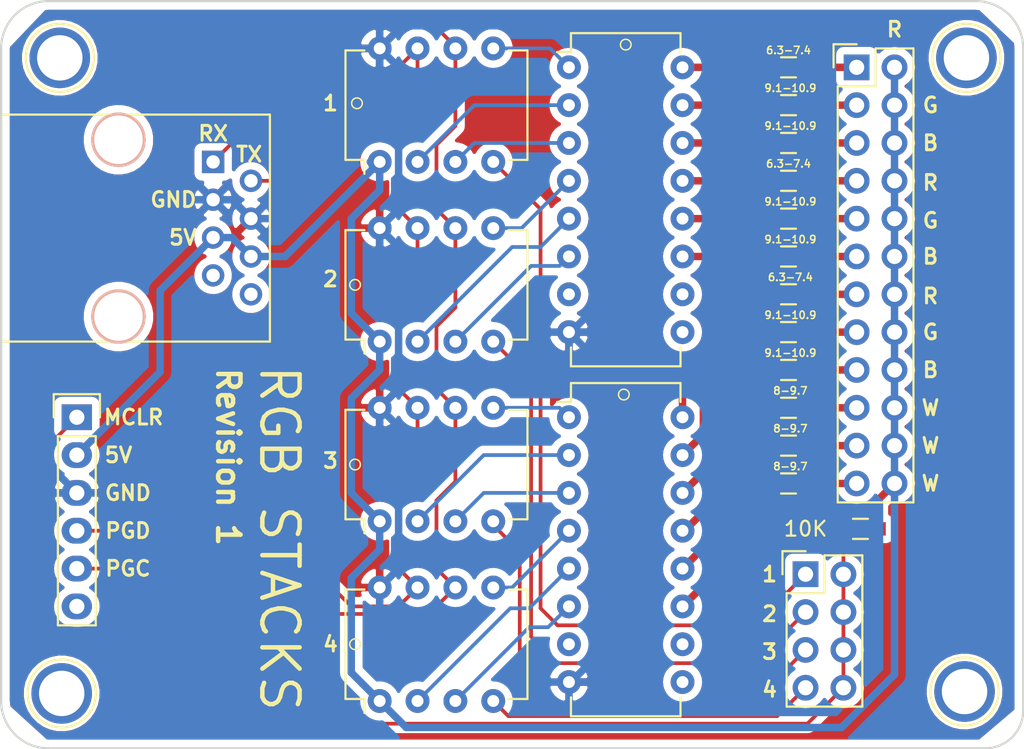
<source format=kicad_pcb>
(kicad_pcb (version 4) (host pcbnew 4.0.6)
  (layers (0 F.Cu signal) (31 B.Cu signal) (34 B.Paste user) (35 F.Paste user) (36 B.SilkS user) (37 F.SilkS user) (38 B.Mask user) (39 F.Mask user) (44 Edge.Cuts user))
  (net 0 "")
  (net 1 +5V)
  (net 2 GND)
  (net 3 MCLR1)
  (net 4 "Net-(J2-Pad6)")
  (net 5 "Net-(J3-Pad1)")
  (net 6 "Net-(J3-Pad3)")
  (net 7 "Net-(J3-Pad5)")
  (net 8 "Net-(J3-Pad7)")
  (net 9 "Net-(J3-Pad9)")
  (net 10 "Net-(J3-Pad11)")
  (net 11 "Net-(J3-Pad13)")
  (net 12 "Net-(J3-Pad15)")
  (net 13 "Net-(J3-Pad17)")
  (net 14 "Net-(J3-Pad19)")
  (net 15 "Net-(J3-Pad21)")
  (net 16 "Net-(J3-Pad23)")
  (net 17 "Net-(R2-Pad2)")
  (net 18 "Net-(R3-Pad2)")
  (net 19 "Net-(R4-Pad2)")
  (net 20 "Net-(R5-Pad2)")
  (net 21 "Net-(R6-Pad2)")
  (net 22 "Net-(R7-Pad2)")
  (net 23 "Net-(R8-Pad2)")
  (net 24 "Net-(R9-Pad2)")
  (net 25 "Net-(R10-Pad2)")
  (net 26 "Net-(R11-Pad2)")
  (net 27 "Net-(R12-Pad2)")
  (net 28 "Net-(R13-Pad2)")
  (net 29 MCLR2)
  (net 30 MCLR3)
  (net 31 MCLR4)
  (net 32 "Net-(U1-Pad2)")
  (net 33 "Net-(U1-Pad3)")
  (net 34 "Net-(U1-Pad5)")
  (net 35 "Net-(U2-Pad2)")
  (net 36 "Net-(U2-Pad3)")
  (net 37 "Net-(U2-Pad5)")
  (net 38 "Net-(U3-Pad2)")
  (net 39 "Net-(U3-Pad3)")
  (net 40 "Net-(U3-Pad5)")
  (net 41 "Net-(U4-Pad2)")
  (net 42 "Net-(U4-Pad3)")
  (net 43 "Net-(U4-Pad5)")
  (net 44 "Net-(U5-Pad7)")
  (net 45 "Net-(U5-Pad9)")
  (net 46 "Net-(U5-Pad10)")
  (net 47 "Net-(U6-Pad7)")
  (net 48 "Net-(U6-Pad9)")
  (net 49 "Net-(U6-Pad10)")
  (net 50 "Net-(J1-Pad7)")
  (net 51 "Net-(J1-Pad8)")
  (net 52 "Net-(10K1-Pad2)")
  (net 53 RX/PGC)
  (net 54 TX/PGD)
  (module Connectors:1pin (layer F.Cu) (at 180.34 77.47)
    (fp_text reference REF** hide)
    (fp_text value 1pin hide)
    (fp_circle (center 0 0) (end 0 -2.286) (layer F.SilkS) (width 0.15))
    (pad 1 thru_hole circle (at 0 0) (size 4.064 4.064) (drill 3.048) (layers *.Cu *.Mask))
  )
  (module Connectors:1pin (layer F.Cu) (at 180.213 120.015)
    (fp_text reference REF** hide)
    (fp_text value 1pin hide)
    (fp_circle (center 0 0) (end 0 -2.286) (layer F.SilkS) (width 0.15))
    (pad 1 thru_hole circle (at 0 0) (size 4.064 4.064) (drill 3.048) (layers *.Cu *.Mask))
  )
  (module Connectors:1pin (layer F.Cu) (at 119.634 120.142)
    (fp_text reference REF** hide)
    (fp_text value 1pin hide)
    (fp_circle (center 0 0) (end 0 -2.286) (layer F.SilkS) (width 0.15))
    (pad 1 thru_hole circle (at 0 0) (size 4.064 4.064) (drill 3.048) (layers *.Cu *.Mask))
  )
  (module Pin_Headers:Pin_Header_Straight_1x06 (layer F.Cu) (at 120.65 101.6)
    (fp_text reference J2 hide)
    (fp_text value CONN_01X06 hide)
    (fp_line (start 1.27 1.27) (end 1.27 13.97) (layer F.SilkS) (width 0.15))
    (fp_line (start 1.27 13.97) (end -1.27 13.97) (layer F.SilkS) (width 0.15))
    (fp_line (start -1.27 13.97) (end -1.27 1.27) (layer F.SilkS) (width 0.15))
    (fp_line (start 1.55 -1.55) (end 1.55 0) (layer F.SilkS) (width 0.15))
    (fp_line (start 1.27 1.27) (end -1.27 1.27) (layer F.SilkS) (width 0.15))
    (fp_line (start -1.55 0) (end -1.55 -1.55) (layer F.SilkS) (width 0.15))
    (fp_line (start -1.55 -1.55) (end 1.55 -1.55) (layer F.SilkS) (width 0.15))
    (pad 1 thru_hole rect (at 0 0) (size 2.032 1.7272) (drill 1.016) (layers *.Cu *.Mask) (net 52 "Net-(10K1-Pad2)"))
    (pad 2 thru_hole oval (at 0 2.54) (size 2.032 1.7272) (drill 1.016) (layers *.Cu *.Mask) (net 1 +5V))
    (pad 3 thru_hole oval (at 0 5.08) (size 2.032 1.7272) (drill 1.016) (layers *.Cu *.Mask) (net 2 GND))
    (pad 4 thru_hole oval (at 0 7.62) (size 2.032 1.7272) (drill 1.016) (layers *.Cu *.Mask) (net 54 TX/PGD))
    (pad 5 thru_hole oval (at 0 10.16) (size 2.032 1.7272) (drill 1.016) (layers *.Cu *.Mask) (net 53 RX/PGC))
    (pad 6 thru_hole oval (at 0 12.7) (size 2.032 1.7272) (drill 1.016) (layers *.Cu *.Mask) (net 4 "Net-(J2-Pad6)"))
  )
  (module Pin_Headers:Pin_Header_Straight_2x12 (layer F.Cu) (at 172.974 78.105)
    (fp_text reference J3 hide)
    (fp_text value CONN_02X12 hide)
    (fp_line (start 3.81 29.21) (end 3.81 -1.27) (layer F.SilkS) (width 0.15))
    (fp_line (start -1.27 1.27) (end -1.27 29.21) (layer F.SilkS) (width 0.15))
    (fp_line (start 3.81 29.21) (end -1.27 29.21) (layer F.SilkS) (width 0.15))
    (fp_line (start 3.81 -1.27) (end 1.27 -1.27) (layer F.SilkS) (width 0.15))
    (fp_line (start 0 -1.55) (end -1.55 -1.55) (layer F.SilkS) (width 0.15))
    (fp_line (start 1.27 -1.27) (end 1.27 1.27) (layer F.SilkS) (width 0.15))
    (fp_line (start 1.27 1.27) (end -1.27 1.27) (layer F.SilkS) (width 0.15))
    (fp_line (start -1.55 -1.55) (end -1.55 0) (layer F.SilkS) (width 0.15))
    (pad 1 thru_hole rect (at 0 0) (size 1.7272 1.7272) (drill 1.016) (layers *.Cu *.Mask) (net 5 "Net-(J3-Pad1)"))
    (pad 2 thru_hole oval (at 2.54 0) (size 1.7272 1.7272) (drill 1.016) (layers *.Cu *.Mask) (net 1 +5V))
    (pad 3 thru_hole oval (at 0 2.54) (size 1.7272 1.7272) (drill 1.016) (layers *.Cu *.Mask) (net 6 "Net-(J3-Pad3)"))
    (pad 4 thru_hole oval (at 2.54 2.54) (size 1.7272 1.7272) (drill 1.016) (layers *.Cu *.Mask) (net 1 +5V))
    (pad 5 thru_hole oval (at 0 5.08) (size 1.7272 1.7272) (drill 1.016) (layers *.Cu *.Mask) (net 7 "Net-(J3-Pad5)"))
    (pad 6 thru_hole oval (at 2.54 5.08) (size 1.7272 1.7272) (drill 1.016) (layers *.Cu *.Mask) (net 1 +5V))
    (pad 7 thru_hole oval (at 0 7.62) (size 1.7272 1.7272) (drill 1.016) (layers *.Cu *.Mask) (net 8 "Net-(J3-Pad7)"))
    (pad 8 thru_hole oval (at 2.54 7.62) (size 1.7272 1.7272) (drill 1.016) (layers *.Cu *.Mask) (net 1 +5V))
    (pad 9 thru_hole oval (at 0 10.16) (size 1.7272 1.7272) (drill 1.016) (layers *.Cu *.Mask) (net 9 "Net-(J3-Pad9)"))
    (pad 10 thru_hole oval (at 2.54 10.16) (size 1.7272 1.7272) (drill 1.016) (layers *.Cu *.Mask) (net 1 +5V))
    (pad 11 thru_hole oval (at 0 12.7) (size 1.7272 1.7272) (drill 1.016) (layers *.Cu *.Mask) (net 10 "Net-(J3-Pad11)"))
    (pad 12 thru_hole oval (at 2.54 12.7) (size 1.7272 1.7272) (drill 1.016) (layers *.Cu *.Mask) (net 1 +5V))
    (pad 13 thru_hole oval (at 0 15.24) (size 1.7272 1.7272) (drill 1.016) (layers *.Cu *.Mask) (net 11 "Net-(J3-Pad13)"))
    (pad 14 thru_hole oval (at 2.54 15.24) (size 1.7272 1.7272) (drill 1.016) (layers *.Cu *.Mask) (net 1 +5V))
    (pad 15 thru_hole oval (at 0 17.78) (size 1.7272 1.7272) (drill 1.016) (layers *.Cu *.Mask) (net 12 "Net-(J3-Pad15)"))
    (pad 16 thru_hole oval (at 2.54 17.78) (size 1.7272 1.7272) (drill 1.016) (layers *.Cu *.Mask) (net 1 +5V))
    (pad 17 thru_hole oval (at 0 20.32) (size 1.7272 1.7272) (drill 1.016) (layers *.Cu *.Mask) (net 13 "Net-(J3-Pad17)"))
    (pad 18 thru_hole oval (at 2.54 20.32) (size 1.7272 1.7272) (drill 1.016) (layers *.Cu *.Mask) (net 1 +5V))
    (pad 19 thru_hole oval (at 0 22.86) (size 1.7272 1.7272) (drill 1.016) (layers *.Cu *.Mask) (net 14 "Net-(J3-Pad19)"))
    (pad 20 thru_hole oval (at 2.54 22.86) (size 1.7272 1.7272) (drill 1.016) (layers *.Cu *.Mask) (net 1 +5V))
    (pad 21 thru_hole oval (at 0 25.4) (size 1.7272 1.7272) (drill 1.016) (layers *.Cu *.Mask) (net 15 "Net-(J3-Pad21)"))
    (pad 22 thru_hole oval (at 2.54 25.4) (size 1.7272 1.7272) (drill 1.016) (layers *.Cu *.Mask) (net 1 +5V))
    (pad 23 thru_hole oval (at 0 27.94) (size 1.7272 1.7272) (drill 1.016) (layers *.Cu *.Mask) (net 16 "Net-(J3-Pad23)"))
    (pad 24 thru_hole oval (at 2.54 27.94) (size 1.7272 1.7272) (drill 1.016) (layers *.Cu *.Mask) (net 1 +5V))
  )
  (module Resistors_SMD:R_0603_HandSoldering (layer F.Cu) (at 168.402 78.105 180)
    (fp_text reference R2 hide)
    (fp_text value R hide)
    (fp_line (start 0.5 0.675) (end -0.5 0.675) (layer F.SilkS) (width 0.15))
    (fp_line (start -0.5 -0.675) (end 0.5 -0.675) (layer F.SilkS) (width 0.15))
    (pad 1 smd rect (at -1.1 0 180) (size 1.2 0.9) (layers F.Cu F.Paste F.Mask) (net 5 "Net-(J3-Pad1)"))
    (pad 2 smd rect (at 1.1 0 180) (size 1.2 0.9) (layers F.Cu F.Paste F.Mask) (net 17 "Net-(R2-Pad2)"))
  )
  (module Resistors_SMD:R_0603_HandSoldering (layer F.Cu) (at 168.402 80.645 180)
    (fp_text reference R3 hide)
    (fp_text value R hide)
    (fp_line (start 0.5 0.675) (end -0.5 0.675) (layer F.SilkS) (width 0.15))
    (fp_line (start -0.5 -0.675) (end 0.5 -0.675) (layer F.SilkS) (width 0.15))
    (pad 1 smd rect (at -1.1 0 180) (size 1.2 0.9) (layers F.Cu F.Paste F.Mask) (net 6 "Net-(J3-Pad3)"))
    (pad 2 smd rect (at 1.1 0 180) (size 1.2 0.9) (layers F.Cu F.Paste F.Mask) (net 18 "Net-(R3-Pad2)"))
  )
  (module Resistors_SMD:R_0603_HandSoldering (layer F.Cu) (at 168.402 83.185 180)
    (fp_text reference R4 hide)
    (fp_text value R hide)
    (fp_line (start 0.5 0.675) (end -0.5 0.675) (layer F.SilkS) (width 0.15))
    (fp_line (start -0.5 -0.675) (end 0.5 -0.675) (layer F.SilkS) (width 0.15))
    (pad 1 smd rect (at -1.1 0 180) (size 1.2 0.9) (layers F.Cu F.Paste F.Mask) (net 7 "Net-(J3-Pad5)"))
    (pad 2 smd rect (at 1.1 0 180) (size 1.2 0.9) (layers F.Cu F.Paste F.Mask) (net 19 "Net-(R4-Pad2)"))
  )
  (module Resistors_SMD:R_0603_HandSoldering (layer F.Cu) (at 168.402 85.725 180)
    (fp_text reference R5 hide)
    (fp_text value R hide)
    (fp_line (start 0.5 0.675) (end -0.5 0.675) (layer F.SilkS) (width 0.15))
    (fp_line (start -0.5 -0.675) (end 0.5 -0.675) (layer F.SilkS) (width 0.15))
    (pad 1 smd rect (at -1.1 0 180) (size 1.2 0.9) (layers F.Cu F.Paste F.Mask) (net 8 "Net-(J3-Pad7)"))
    (pad 2 smd rect (at 1.1 0 180) (size 1.2 0.9) (layers F.Cu F.Paste F.Mask) (net 20 "Net-(R5-Pad2)"))
  )
  (module Resistors_SMD:R_0603_HandSoldering (layer F.Cu) (at 168.402 88.265 180)
    (fp_text reference R6 hide)
    (fp_text value R hide)
    (fp_line (start 0.5 0.675) (end -0.5 0.675) (layer F.SilkS) (width 0.15))
    (fp_line (start -0.5 -0.675) (end 0.5 -0.675) (layer F.SilkS) (width 0.15))
    (pad 1 smd rect (at -1.1 0 180) (size 1.2 0.9) (layers F.Cu F.Paste F.Mask) (net 9 "Net-(J3-Pad9)"))
    (pad 2 smd rect (at 1.1 0 180) (size 1.2 0.9) (layers F.Cu F.Paste F.Mask) (net 21 "Net-(R6-Pad2)"))
  )
  (module Resistors_SMD:R_0603_HandSoldering (layer F.Cu) (at 168.402 90.805 180)
    (fp_text reference R7 hide)
    (fp_text value R hide)
    (fp_line (start 0.5 0.675) (end -0.5 0.675) (layer F.SilkS) (width 0.15))
    (fp_line (start -0.5 -0.675) (end 0.5 -0.675) (layer F.SilkS) (width 0.15))
    (pad 1 smd rect (at -1.1 0 180) (size 1.2 0.9) (layers F.Cu F.Paste F.Mask) (net 10 "Net-(J3-Pad11)"))
    (pad 2 smd rect (at 1.1 0 180) (size 1.2 0.9) (layers F.Cu F.Paste F.Mask) (net 22 "Net-(R7-Pad2)"))
  )
  (module Resistors_SMD:R_0603_HandSoldering (layer F.Cu) (at 168.402 93.345 180)
    (fp_text reference R8 hide)
    (fp_text value R hide)
    (fp_line (start 0.5 0.675) (end -0.5 0.675) (layer F.SilkS) (width 0.15))
    (fp_line (start -0.5 -0.675) (end 0.5 -0.675) (layer F.SilkS) (width 0.15))
    (pad 1 smd rect (at -1.1 0 180) (size 1.2 0.9) (layers F.Cu F.Paste F.Mask) (net 11 "Net-(J3-Pad13)"))
    (pad 2 smd rect (at 1.1 0 180) (size 1.2 0.9) (layers F.Cu F.Paste F.Mask) (net 23 "Net-(R8-Pad2)"))
  )
  (module Resistors_SMD:R_0603_HandSoldering (layer F.Cu) (at 168.402 95.885 180)
    (fp_text reference R9 hide)
    (fp_text value R hide)
    (fp_line (start 0.5 0.675) (end -0.5 0.675) (layer F.SilkS) (width 0.15))
    (fp_line (start -0.5 -0.675) (end 0.5 -0.675) (layer F.SilkS) (width 0.15))
    (pad 1 smd rect (at -1.1 0 180) (size 1.2 0.9) (layers F.Cu F.Paste F.Mask) (net 12 "Net-(J3-Pad15)"))
    (pad 2 smd rect (at 1.1 0 180) (size 1.2 0.9) (layers F.Cu F.Paste F.Mask) (net 24 "Net-(R9-Pad2)"))
  )
  (module Resistors_SMD:R_0603_HandSoldering (layer F.Cu) (at 168.402 98.425 180)
    (fp_text reference R10 hide)
    (fp_text value R hide)
    (fp_line (start 0.5 0.675) (end -0.5 0.675) (layer F.SilkS) (width 0.15))
    (fp_line (start -0.5 -0.675) (end 0.5 -0.675) (layer F.SilkS) (width 0.15))
    (pad 1 smd rect (at -1.1 0 180) (size 1.2 0.9) (layers F.Cu F.Paste F.Mask) (net 13 "Net-(J3-Pad17)"))
    (pad 2 smd rect (at 1.1 0 180) (size 1.2 0.9) (layers F.Cu F.Paste F.Mask) (net 25 "Net-(R10-Pad2)"))
  )
  (module Resistors_SMD:R_0603_HandSoldering (layer F.Cu) (at 168.402 100.965 180)
    (fp_text reference R11 hide)
    (fp_text value R hide)
    (fp_line (start 0.5 0.675) (end -0.5 0.675) (layer F.SilkS) (width 0.15))
    (fp_line (start -0.5 -0.675) (end 0.5 -0.675) (layer F.SilkS) (width 0.15))
    (pad 1 smd rect (at -1.1 0 180) (size 1.2 0.9) (layers F.Cu F.Paste F.Mask) (net 14 "Net-(J3-Pad19)"))
    (pad 2 smd rect (at 1.1 0 180) (size 1.2 0.9) (layers F.Cu F.Paste F.Mask) (net 26 "Net-(R11-Pad2)"))
  )
  (module Resistors_SMD:R_0603_HandSoldering (layer F.Cu) (at 168.402 103.505 180)
    (fp_text reference R12 hide)
    (fp_text value R hide)
    (fp_line (start 0.5 0.675) (end -0.5 0.675) (layer F.SilkS) (width 0.15))
    (fp_line (start -0.5 -0.675) (end 0.5 -0.675) (layer F.SilkS) (width 0.15))
    (pad 1 smd rect (at -1.1 0 180) (size 1.2 0.9) (layers F.Cu F.Paste F.Mask) (net 15 "Net-(J3-Pad21)"))
    (pad 2 smd rect (at 1.1 0 180) (size 1.2 0.9) (layers F.Cu F.Paste F.Mask) (net 27 "Net-(R12-Pad2)"))
  )
  (module Resistors_SMD:R_0603_HandSoldering (layer F.Cu) (at 168.402 106.045 180)
    (fp_text reference R13 hide)
    (fp_text value R hide)
    (fp_line (start 0.5 0.675) (end -0.5 0.675) (layer F.SilkS) (width 0.15))
    (fp_line (start -0.5 -0.675) (end 0.5 -0.675) (layer F.SilkS) (width 0.15))
    (pad 1 smd rect (at -1.1 0 180) (size 1.2 0.9) (layers F.Cu F.Paste F.Mask) (net 16 "Net-(J3-Pad23)"))
    (pad 2 smd rect (at 1.1 0 180) (size 1.2 0.9) (layers F.Cu F.Paste F.Mask) (net 28 "Net-(R13-Pad2)"))
  )
  (module Housings_DIP:DIP-8_W7.62mm (layer F.Cu) (at 140.97 84.455 90)
    (fp_text reference U1 hide)
    (fp_text value PIC12F1572)
    (fp_line (start 0.135 -2.295) (end 0.135 -1.025) (layer F.SilkS) (width 0.15))
    (fp_line (start 7.485 -2.295) (end 7.485 -1.025) (layer F.SilkS) (width 0.15))
    (fp_line (start 7.485 9.915) (end 7.485 8.645) (layer F.SilkS) (width 0.15))
    (fp_line (start 0.135 9.915) (end 0.135 8.645) (layer F.SilkS) (width 0.15))
    (fp_line (start 0.135 -2.295) (end 7.485 -2.295) (layer F.SilkS) (width 0.15))
    (fp_line (start 0.135 9.915) (end 7.485 9.915) (layer F.SilkS) (width 0.15))
    (fp_line (start 0.135 -1.025) (end -0.8 -1.025) (layer F.SilkS) (width 0.15))
    (pad 1 thru_hole oval (at 0 0 90) (size 1.6 1.6) (drill 0.8) (layers *.Cu *.Mask) (net 1 +5V))
    (pad 2 thru_hole oval (at 0 2.54 90) (size 1.6 1.6) (drill 0.8) (layers *.Cu *.Mask) (net 32 "Net-(U1-Pad2)"))
    (pad 3 thru_hole oval (at 0 5.08 90) (size 1.6 1.6) (drill 0.8) (layers *.Cu *.Mask) (net 33 "Net-(U1-Pad3)"))
    (pad 4 thru_hole oval (at 0 7.62 90) (size 1.6 1.6) (drill 0.8) (layers *.Cu *.Mask) (net 3 MCLR1))
    (pad 5 thru_hole oval (at 7.62 7.62 90) (size 1.6 1.6) (drill 0.8) (layers *.Cu *.Mask) (net 34 "Net-(U1-Pad5)"))
    (pad 6 thru_hole oval (at 7.62 5.08 90) (size 1.6 1.6) (drill 0.8) (layers *.Cu *.Mask) (net 53 RX/PGC))
    (pad 7 thru_hole oval (at 7.62 2.54 90) (size 1.6 1.6) (drill 0.8) (layers *.Cu *.Mask) (net 54 TX/PGD))
    (pad 8 thru_hole oval (at 7.62 0 90) (size 1.6 1.6) (drill 0.8) (layers *.Cu *.Mask) (net 2 GND))
  )
  (module Housings_DIP:DIP-8_W7.62mm (layer F.Cu) (at 140.97 96.52 90)
    (fp_text reference U2 hide)
    (fp_text value PIC12F1572)
    (fp_line (start 0.135 -2.295) (end 0.135 -1.025) (layer F.SilkS) (width 0.15))
    (fp_line (start 7.485 -2.295) (end 7.485 -1.025) (layer F.SilkS) (width 0.15))
    (fp_line (start 7.485 9.915) (end 7.485 8.645) (layer F.SilkS) (width 0.15))
    (fp_line (start 0.135 9.915) (end 0.135 8.645) (layer F.SilkS) (width 0.15))
    (fp_line (start 0.135 -2.295) (end 7.485 -2.295) (layer F.SilkS) (width 0.15))
    (fp_line (start 0.135 9.915) (end 7.485 9.915) (layer F.SilkS) (width 0.15))
    (fp_line (start 0.135 -1.025) (end -0.8 -1.025) (layer F.SilkS) (width 0.15))
    (pad 1 thru_hole oval (at 0 0 90) (size 1.6 1.6) (drill 0.8) (layers *.Cu *.Mask) (net 1 +5V))
    (pad 2 thru_hole oval (at 0 2.54 90) (size 1.6 1.6) (drill 0.8) (layers *.Cu *.Mask) (net 35 "Net-(U2-Pad2)"))
    (pad 3 thru_hole oval (at 0 5.08 90) (size 1.6 1.6) (drill 0.8) (layers *.Cu *.Mask) (net 36 "Net-(U2-Pad3)"))
    (pad 4 thru_hole oval (at 0 7.62 90) (size 1.6 1.6) (drill 0.8) (layers *.Cu *.Mask) (net 29 MCLR2))
    (pad 5 thru_hole oval (at 7.62 7.62 90) (size 1.6 1.6) (drill 0.8) (layers *.Cu *.Mask) (net 37 "Net-(U2-Pad5)"))
    (pad 6 thru_hole oval (at 7.62 5.08 90) (size 1.6 1.6) (drill 0.8) (layers *.Cu *.Mask) (net 53 RX/PGC))
    (pad 7 thru_hole oval (at 7.62 2.54 90) (size 1.6 1.6) (drill 0.8) (layers *.Cu *.Mask) (net 54 TX/PGD))
    (pad 8 thru_hole oval (at 7.62 0 90) (size 1.6 1.6) (drill 0.8) (layers *.Cu *.Mask) (net 2 GND))
  )
  (module Housings_DIP:DIP-8_W7.62mm (layer F.Cu) (at 140.97 108.585 90)
    (fp_text reference U3 hide)
    (fp_text value PIC12F1572)
    (fp_line (start 0.135 -2.295) (end 0.135 -1.025) (layer F.SilkS) (width 0.15))
    (fp_line (start 7.485 -2.295) (end 7.485 -1.025) (layer F.SilkS) (width 0.15))
    (fp_line (start 7.485 9.915) (end 7.485 8.645) (layer F.SilkS) (width 0.15))
    (fp_line (start 0.135 9.915) (end 0.135 8.645) (layer F.SilkS) (width 0.15))
    (fp_line (start 0.135 -2.295) (end 7.485 -2.295) (layer F.SilkS) (width 0.15))
    (fp_line (start 0.135 9.915) (end 7.485 9.915) (layer F.SilkS) (width 0.15))
    (fp_line (start 0.135 -1.025) (end -0.8 -1.025) (layer F.SilkS) (width 0.15))
    (pad 1 thru_hole oval (at 0 0 90) (size 1.6 1.6) (drill 0.8) (layers *.Cu *.Mask) (net 1 +5V))
    (pad 2 thru_hole oval (at 0 2.54 90) (size 1.6 1.6) (drill 0.8) (layers *.Cu *.Mask) (net 38 "Net-(U3-Pad2)"))
    (pad 3 thru_hole oval (at 0 5.08 90) (size 1.6 1.6) (drill 0.8) (layers *.Cu *.Mask) (net 39 "Net-(U3-Pad3)"))
    (pad 4 thru_hole oval (at 0 7.62 90) (size 1.6 1.6) (drill 0.8) (layers *.Cu *.Mask) (net 30 MCLR3))
    (pad 5 thru_hole oval (at 7.62 7.62 90) (size 1.6 1.6) (drill 0.8) (layers *.Cu *.Mask) (net 40 "Net-(U3-Pad5)"))
    (pad 6 thru_hole oval (at 7.62 5.08 90) (size 1.6 1.6) (drill 0.8) (layers *.Cu *.Mask) (net 53 RX/PGC))
    (pad 7 thru_hole oval (at 7.62 2.54 90) (size 1.6 1.6) (drill 0.8) (layers *.Cu *.Mask) (net 54 TX/PGD))
    (pad 8 thru_hole oval (at 7.62 0 90) (size 1.6 1.6) (drill 0.8) (layers *.Cu *.Mask) (net 2 GND))
  )
  (module Housings_DIP:DIP-8_W7.62mm (layer F.Cu) (at 140.97 120.65 90)
    (fp_text reference U4 hide)
    (fp_text value PIC12F1572)
    (fp_line (start 0.135 -2.295) (end 0.135 -1.025) (layer F.SilkS) (width 0.15))
    (fp_line (start 7.485 -2.295) (end 7.485 -1.025) (layer F.SilkS) (width 0.15))
    (fp_line (start 7.485 9.915) (end 7.485 8.645) (layer F.SilkS) (width 0.15))
    (fp_line (start 0.135 9.915) (end 0.135 8.645) (layer F.SilkS) (width 0.15))
    (fp_line (start 0.135 -2.295) (end 7.485 -2.295) (layer F.SilkS) (width 0.15))
    (fp_line (start 0.135 9.915) (end 7.485 9.915) (layer F.SilkS) (width 0.15))
    (fp_line (start 0.135 -1.025) (end -0.8 -1.025) (layer F.SilkS) (width 0.15))
    (pad 1 thru_hole oval (at 0 0 90) (size 1.6 1.6) (drill 0.8) (layers *.Cu *.Mask) (net 1 +5V))
    (pad 2 thru_hole oval (at 0 2.54 90) (size 1.6 1.6) (drill 0.8) (layers *.Cu *.Mask) (net 41 "Net-(U4-Pad2)"))
    (pad 3 thru_hole oval (at 0 5.08 90) (size 1.6 1.6) (drill 0.8) (layers *.Cu *.Mask) (net 42 "Net-(U4-Pad3)"))
    (pad 4 thru_hole oval (at 0 7.62 90) (size 1.6 1.6) (drill 0.8) (layers *.Cu *.Mask) (net 31 MCLR4))
    (pad 5 thru_hole oval (at 7.62 7.62 90) (size 1.6 1.6) (drill 0.8) (layers *.Cu *.Mask) (net 43 "Net-(U4-Pad5)"))
    (pad 6 thru_hole oval (at 7.62 5.08 90) (size 1.6 1.6) (drill 0.8) (layers *.Cu *.Mask) (net 53 RX/PGC))
    (pad 7 thru_hole oval (at 7.62 2.54 90) (size 1.6 1.6) (drill 0.8) (layers *.Cu *.Mask) (net 54 TX/PGD))
    (pad 8 thru_hole oval (at 7.62 0 90) (size 1.6 1.6) (drill 0.8) (layers *.Cu *.Mask) (net 2 GND))
  )
  (module Housings_DIP:DIP-16_W7.62mm (layer F.Cu) (at 153.67 78.105)
    (fp_text reference U5 hide)
    (fp_text value ULN2003A)
    (fp_line (start 0.135 -2.295) (end 0.135 -1.025) (layer F.SilkS) (width 0.15))
    (fp_line (start 7.485 -2.295) (end 7.485 -1.025) (layer F.SilkS) (width 0.15))
    (fp_line (start 7.485 20.075) (end 7.485 18.805) (layer F.SilkS) (width 0.15))
    (fp_line (start 0.135 20.075) (end 0.135 18.805) (layer F.SilkS) (width 0.15))
    (fp_line (start 0.135 -2.295) (end 7.485 -2.295) (layer F.SilkS) (width 0.15))
    (fp_line (start 0.135 20.075) (end 7.485 20.075) (layer F.SilkS) (width 0.15))
    (fp_line (start 0.135 -1.025) (end -0.8 -1.025) (layer F.SilkS) (width 0.15))
    (pad 1 thru_hole oval (at 0 0) (size 1.6 1.6) (drill 0.8) (layers *.Cu *.Mask) (net 34 "Net-(U1-Pad5)"))
    (pad 2 thru_hole oval (at 0 2.54) (size 1.6 1.6) (drill 0.8) (layers *.Cu *.Mask) (net 32 "Net-(U1-Pad2)"))
    (pad 3 thru_hole oval (at 0 5.08) (size 1.6 1.6) (drill 0.8) (layers *.Cu *.Mask) (net 33 "Net-(U1-Pad3)"))
    (pad 4 thru_hole oval (at 0 7.62) (size 1.6 1.6) (drill 0.8) (layers *.Cu *.Mask) (net 37 "Net-(U2-Pad5)"))
    (pad 5 thru_hole oval (at 0 10.16) (size 1.6 1.6) (drill 0.8) (layers *.Cu *.Mask) (net 35 "Net-(U2-Pad2)"))
    (pad 6 thru_hole oval (at 0 12.7) (size 1.6 1.6) (drill 0.8) (layers *.Cu *.Mask) (net 36 "Net-(U2-Pad3)"))
    (pad 7 thru_hole oval (at 0 15.24) (size 1.6 1.6) (drill 0.8) (layers *.Cu *.Mask) (net 44 "Net-(U5-Pad7)"))
    (pad 8 thru_hole oval (at 0 17.78) (size 1.6 1.6) (drill 0.8) (layers *.Cu *.Mask) (net 2 GND))
    (pad 9 thru_hole oval (at 7.62 17.78) (size 1.6 1.6) (drill 0.8) (layers *.Cu *.Mask) (net 45 "Net-(U5-Pad9)"))
    (pad 10 thru_hole oval (at 7.62 15.24) (size 1.6 1.6) (drill 0.8) (layers *.Cu *.Mask) (net 46 "Net-(U5-Pad10)"))
    (pad 11 thru_hole oval (at 7.62 12.7) (size 1.6 1.6) (drill 0.8) (layers *.Cu *.Mask) (net 22 "Net-(R7-Pad2)"))
    (pad 12 thru_hole oval (at 7.62 10.16) (size 1.6 1.6) (drill 0.8) (layers *.Cu *.Mask) (net 21 "Net-(R6-Pad2)"))
    (pad 13 thru_hole oval (at 7.62 7.62) (size 1.6 1.6) (drill 0.8) (layers *.Cu *.Mask) (net 20 "Net-(R5-Pad2)"))
    (pad 14 thru_hole oval (at 7.62 5.08) (size 1.6 1.6) (drill 0.8) (layers *.Cu *.Mask) (net 19 "Net-(R4-Pad2)"))
    (pad 15 thru_hole oval (at 7.62 2.54) (size 1.6 1.6) (drill 0.8) (layers *.Cu *.Mask) (net 18 "Net-(R3-Pad2)"))
    (pad 16 thru_hole oval (at 7.62 0) (size 1.6 1.6) (drill 0.8) (layers *.Cu *.Mask) (net 17 "Net-(R2-Pad2)"))
  )
  (module Housings_DIP:DIP-16_W7.62mm (layer F.Cu) (at 153.67 101.6)
    (fp_text reference U6 hide)
    (fp_text value ULN2003A)
    (fp_line (start 0.135 -2.295) (end 0.135 -1.025) (layer F.SilkS) (width 0.15))
    (fp_line (start 7.485 -2.295) (end 7.485 -1.025) (layer F.SilkS) (width 0.15))
    (fp_line (start 7.485 20.075) (end 7.485 18.805) (layer F.SilkS) (width 0.15))
    (fp_line (start 0.135 20.075) (end 0.135 18.805) (layer F.SilkS) (width 0.15))
    (fp_line (start 0.135 -2.295) (end 7.485 -2.295) (layer F.SilkS) (width 0.15))
    (fp_line (start 0.135 20.075) (end 7.485 20.075) (layer F.SilkS) (width 0.15))
    (fp_line (start 0.135 -1.025) (end -0.8 -1.025) (layer F.SilkS) (width 0.15))
    (pad 1 thru_hole oval (at 0 0) (size 1.6 1.6) (drill 0.8) (layers *.Cu *.Mask) (net 40 "Net-(U3-Pad5)"))
    (pad 2 thru_hole oval (at 0 2.54) (size 1.6 1.6) (drill 0.8) (layers *.Cu *.Mask) (net 38 "Net-(U3-Pad2)"))
    (pad 3 thru_hole oval (at 0 5.08) (size 1.6 1.6) (drill 0.8) (layers *.Cu *.Mask) (net 39 "Net-(U3-Pad3)"))
    (pad 4 thru_hole oval (at 0 7.62) (size 1.6 1.6) (drill 0.8) (layers *.Cu *.Mask) (net 43 "Net-(U4-Pad5)"))
    (pad 5 thru_hole oval (at 0 10.16) (size 1.6 1.6) (drill 0.8) (layers *.Cu *.Mask) (net 41 "Net-(U4-Pad2)"))
    (pad 6 thru_hole oval (at 0 12.7) (size 1.6 1.6) (drill 0.8) (layers *.Cu *.Mask) (net 42 "Net-(U4-Pad3)"))
    (pad 7 thru_hole oval (at 0 15.24) (size 1.6 1.6) (drill 0.8) (layers *.Cu *.Mask) (net 47 "Net-(U6-Pad7)"))
    (pad 8 thru_hole oval (at 0 17.78) (size 1.6 1.6) (drill 0.8) (layers *.Cu *.Mask) (net 2 GND))
    (pad 9 thru_hole oval (at 7.62 17.78) (size 1.6 1.6) (drill 0.8) (layers *.Cu *.Mask) (net 48 "Net-(U6-Pad9)"))
    (pad 10 thru_hole oval (at 7.62 15.24) (size 1.6 1.6) (drill 0.8) (layers *.Cu *.Mask) (net 49 "Net-(U6-Pad10)"))
    (pad 11 thru_hole oval (at 7.62 12.7) (size 1.6 1.6) (drill 0.8) (layers *.Cu *.Mask) (net 28 "Net-(R13-Pad2)"))
    (pad 12 thru_hole oval (at 7.62 10.16) (size 1.6 1.6) (drill 0.8) (layers *.Cu *.Mask) (net 27 "Net-(R12-Pad2)"))
    (pad 13 thru_hole oval (at 7.62 7.62) (size 1.6 1.6) (drill 0.8) (layers *.Cu *.Mask) (net 26 "Net-(R11-Pad2)"))
    (pad 14 thru_hole oval (at 7.62 5.08) (size 1.6 1.6) (drill 0.8) (layers *.Cu *.Mask) (net 25 "Net-(R10-Pad2)"))
    (pad 15 thru_hole oval (at 7.62 2.54) (size 1.6 1.6) (drill 0.8) (layers *.Cu *.Mask) (net 24 "Net-(R9-Pad2)"))
    (pad 16 thru_hole oval (at 7.62 0) (size 1.6 1.6) (drill 0.8) (layers *.Cu *.Mask) (net 23 "Net-(R8-Pad2)"))
  )
  (module Pin_Headers:Pin_Header_Straight_2x04 (layer F.Cu) (at 169.545 112.141)
    (fp_text reference J4 hide)
    (fp_text value CONN_02X04 hide)
    (fp_line (start -1.27 1.27) (end -1.27 8.89) (layer F.SilkS) (width 0.15))
    (fp_line (start -1.27 8.89) (end 3.81 8.89) (layer F.SilkS) (width 0.15))
    (fp_line (start 3.81 8.89) (end 3.81 -1.27) (layer F.SilkS) (width 0.15))
    (fp_line (start 3.81 -1.27) (end 1.27 -1.27) (layer F.SilkS) (width 0.15))
    (fp_line (start 0 -1.55) (end -1.55 -1.55) (layer F.SilkS) (width 0.15))
    (fp_line (start 1.27 -1.27) (end 1.27 1.27) (layer F.SilkS) (width 0.15))
    (fp_line (start 1.27 1.27) (end -1.27 1.27) (layer F.SilkS) (width 0.15))
    (fp_line (start -1.55 -1.55) (end -1.55 0) (layer F.SilkS) (width 0.15))
    (pad 1 thru_hole rect (at 0 0) (size 1.7272 1.7272) (drill 1.016) (layers *.Cu *.Mask) (net 3 MCLR1))
    (pad 2 thru_hole oval (at 2.54 0) (size 1.7272 1.7272) (drill 1.016) (layers *.Cu *.Mask) (net 52 "Net-(10K1-Pad2)"))
    (pad 3 thru_hole oval (at 0 2.54) (size 1.7272 1.7272) (drill 1.016) (layers *.Cu *.Mask) (net 29 MCLR2))
    (pad 4 thru_hole oval (at 2.54 2.54) (size 1.7272 1.7272) (drill 1.016) (layers *.Cu *.Mask) (net 52 "Net-(10K1-Pad2)"))
    (pad 5 thru_hole oval (at 0 5.08) (size 1.7272 1.7272) (drill 1.016) (layers *.Cu *.Mask) (net 30 MCLR3))
    (pad 6 thru_hole oval (at 2.54 5.08) (size 1.7272 1.7272) (drill 1.016) (layers *.Cu *.Mask) (net 52 "Net-(10K1-Pad2)"))
    (pad 7 thru_hole oval (at 0 7.62) (size 1.7272 1.7272) (drill 1.016) (layers *.Cu *.Mask) (net 31 MCLR4))
    (pad 8 thru_hole oval (at 2.54 7.62) (size 1.7272 1.7272) (drill 1.016) (layers *.Cu *.Mask) (net 52 "Net-(10K1-Pad2)"))
  )
  (module Connectors:RJ45_8 (layer F.Cu) (at 123.444 88.9 270)
    (fp_text reference J1 hide)
    (fp_text value RJ45_8)
    (fp_line (start -7.62 7.874) (end 7.62 7.874) (layer F.SilkS) (width 0.15))
    (fp_line (start 7.62 7.874) (end 7.62 -10.16) (layer F.SilkS) (width 0.15))
    (fp_line (start 7.62 -10.16) (end -7.62 -10.16) (layer F.SilkS) (width 0.15))
    (fp_line (start -7.62 -10.16) (end -7.62 7.874) (layer F.SilkS) (width 0.15))
    (pad Hole np_thru_hole circle (at 5.93852 0 270) (size 3.64998 3.64998) (drill 3.2512) (layers *.Cu *.SilkS *.Mask))
    (pad Hole np_thru_hole circle (at -5.9309 0 270) (size 3.64998 3.64998) (drill 3.2512) (layers *.Cu *.SilkS *.Mask))
    (pad 1 thru_hole rect (at -4.445 -6.35 270) (size 1.50114 1.50114) (drill 0.89916) (layers *.Cu *.Mask) (net 53 RX/PGC))
    (pad 2 thru_hole circle (at -3.175 -8.89 270) (size 1.50114 1.50114) (drill 0.89916) (layers *.Cu *.Mask) (net 54 TX/PGD))
    (pad 3 thru_hole circle (at -1.905 -6.35 270) (size 1.50114 1.50114) (drill 0.89916) (layers *.Cu *.Mask) (net 2 GND))
    (pad 4 thru_hole circle (at -0.635 -8.89 270) (size 1.50114 1.50114) (drill 0.89916) (layers *.Cu *.Mask) (net 2 GND))
    (pad 5 thru_hole circle (at 0.635 -6.35 270) (size 1.50114 1.50114) (drill 0.89916) (layers *.Cu *.Mask) (net 1 +5V))
    (pad 6 thru_hole circle (at 1.905 -8.89 270) (size 1.50114 1.50114) (drill 0.89916) (layers *.Cu *.Mask) (net 1 +5V))
    (pad 7 thru_hole circle (at 3.175 -6.35 270) (size 1.50114 1.50114) (drill 0.89916) (layers *.Cu *.Mask) (net 50 "Net-(J1-Pad7)"))
    (pad 8 thru_hole circle (at 4.445 -8.89 270) (size 1.50114 1.50114) (drill 0.89916) (layers *.Cu *.Mask) (net 51 "Net-(J1-Pad8)"))
  )
  (module Connectors:1pin (layer F.Cu) (at 119.507 77.47)
    (fp_text reference REF** hide)
    (fp_text value 1pin hide)
    (fp_circle (center 0 0) (end 0 -2.286) (layer F.SilkS) (width 0.15))
    (pad 1 thru_hole circle (at 0 0) (size 4.064 4.064) (drill 3.048) (layers *.Cu *.Mask))
  )
  (module Resistors_SMD:R_0603_HandSoldering (layer F.Cu) (at 173.228 109.093 180)
    (fp_text reference 10K (at 3.683 0 180) (layer F.SilkS))
    (fp_text value R hide)
    (fp_line (start 0.5 0.675) (end -0.5 0.675) (layer F.SilkS) (width 0.15))
    (fp_line (start -0.5 -0.675) (end 0.5 -0.675) (layer F.SilkS) (width 0.15))
    (pad 1 smd rect (at -1.1 0 180) (size 1.2 0.9) (layers F.Cu F.Paste F.Mask) (net 1 +5V))
    (pad 2 smd rect (at 1.1 0 180) (size 1.2 0.9) (layers F.Cu F.Paste F.Mask) (net 52 "Net-(10K1-Pad2)"))
  )
  (gr_text 8-9.7 (at 168.529 104.902) (layer F.SilkS) (effects (font (size 0.5 0.5) (thickness 0.1))))
  (gr_text 8-9.7 (at 168.529 102.362) (layer F.SilkS) (effects (font (size 0.5 0.5) (thickness 0.1))))
  (gr_text 8-9.7 (at 168.529 99.822) (layer F.SilkS) (effects (font (size 0.5 0.5) (thickness 0.1))))
  (gr_text 9.1-10.9 (at 168.529 97.282) (layer F.SilkS) (effects (font (size 0.5 0.5) (thickness 0.1))))
  (gr_text 9.1-10.9 (at 168.529 89.662) (layer F.SilkS) (effects (font (size 0.5 0.5) (thickness 0.1))))
  (gr_text 9.1-10.9 (at 168.529 82.042) (layer F.SilkS) (effects (font (size 0.5 0.5) (thickness 0.1))))
  (gr_text 9.1-10.9 (at 168.529 94.742) (layer F.SilkS) (effects (font (size 0.5 0.5) (thickness 0.1))))
  (gr_text 9.1-10.9 (at 168.529 87.122) (layer F.SilkS) (effects (font (size 0.5 0.5) (thickness 0.1))))
  (gr_text 9.1-10.9 (at 168.529 79.502) (layer F.SilkS) (effects (font (size 0.5 0.5) (thickness 0.1))))
  (gr_text 6.3-7.4 (at 168.529 92.202) (layer F.SilkS) (effects (font (size 0.5 0.5) (thickness 0.1))))
  (gr_text 6.3-7.4 (at 168.402 84.582) (layer F.SilkS) (effects (font (size 0.5 0.5) (thickness 0.1))))
  (gr_text 6.3-7.4 (at 168.402 76.962) (layer F.SilkS) (effects (font (size 0.5 0.5) (thickness 0.1))))
  (gr_text B (at 177.927 98.425) (layer F.SilkS) (effects (font (size 1 1) (thickness 0.2))))
  (gr_text G (at 177.927 95.885) (layer F.SilkS) (effects (font (size 1 1) (thickness 0.2))))
  (gr_text R (at 177.927 93.472) (layer F.SilkS) (effects (font (size 1 1) (thickness 0.2))))
  (gr_text B (at 177.927 90.805) (layer F.SilkS) (effects (font (size 1 1) (thickness 0.2))))
  (gr_text G (at 177.927 88.392) (layer F.SilkS) (effects (font (size 1 1) (thickness 0.2))))
  (gr_text R (at 177.927 85.852) (layer F.SilkS) (effects (font (size 1 1) (thickness 0.2))))
  (gr_text W (at 177.927 106.045) (layer F.SilkS) (effects (font (size 1 1) (thickness 0.2))))
  (gr_text W (at 177.927 103.505) (layer F.SilkS) (effects (font (size 1 1) (thickness 0.2))))
  (gr_text W (at 177.927 100.965) (layer F.SilkS) (effects (font (size 1 1) (thickness 0.2))))
  (gr_text B (at 177.927 83.185) (layer F.SilkS) (effects (font (size 1 1) (thickness 0.2))))
  (gr_text G (at 177.927 80.645) (layer F.SilkS) (effects (font (size 1 1) (thickness 0.2))))
  (gr_text R (at 175.514 75.565) (layer F.SilkS) (effects (font (size 1 1) (thickness 0.2))))
  (gr_circle (center 139.319 116.84) (end 139.573 117.094) (layer F.SilkS) (width 0.1))
  (gr_circle (center 139.319 104.775) (end 139.573 105.029) (layer F.SilkS) (width 0.1))
  (gr_circle (center 139.319 92.71) (end 139.573 92.964) (layer F.SilkS) (width 0.1))
  (gr_circle (center 157.353 100.076) (end 157.607 100.33) (layer F.SilkS) (width 0.1))
  (gr_circle (center 139.446 80.518) (end 139.7 80.772) (layer F.SilkS) (width 0.1))
  (gr_circle (center 157.48 76.581) (end 157.734 76.835) (layer F.SilkS) (width 0.1))
  (gr_text "Revision 1" (at 130.81 104.267 270) (layer F.SilkS) (effects (font (size 1.5 1.5) (thickness 0.3))))
  (gr_text RX (at 129.794 82.55) (layer F.SilkS) (effects (font (size 1 1) (thickness 0.2))))
  (gr_text TX (at 132.207 83.947) (layer F.SilkS) (effects (font (size 1 1) (thickness 0.2))))
  (gr_text GND (at 127.127 86.995) (layer F.SilkS) (effects (font (size 1 1) (thickness 0.2))))
  (gr_text 5V (at 127.762 89.535) (layer F.SilkS) (effects (font (size 1 1) (thickness 0.2))))
  (gr_text 4 (at 137.668 116.84) (layer F.SilkS) (effects (font (size 1 1) (thickness 0.2))))
  (gr_text 3 (at 137.668 104.521) (layer F.SilkS) (effects (font (size 1 1) (thickness 0.2))))
  (gr_text 2 (at 137.668 92.329) (layer F.SilkS) (effects (font (size 1 1) (thickness 0.2))))
  (gr_text 1 (at 137.668 80.518) (layer F.SilkS) (effects (font (size 1 1) (thickness 0.2))))
  (gr_text 4 (at 167.132 119.888) (layer F.SilkS) (effects (font (size 1 1) (thickness 0.2))))
  (gr_text 2 (at 167.132 114.808) (layer F.SilkS) (effects (font (size 1 1) (thickness 0.2))))
  (gr_text 3 (at 167.132 117.348) (layer F.SilkS) (effects (font (size 1 1) (thickness 0.2))))
  (gr_text 1 (at 167.132 112.141) (layer F.SilkS) (effects (font (size 1 1) (thickness 0.2))))
  (gr_text PGC (at 124.079 111.76) (layer F.SilkS) (effects (font (size 1 1) (thickness 0.2))))
  (gr_text PGD (at 124.079 109.22) (layer F.SilkS) (effects (font (size 1 1) (thickness 0.2))))
  (gr_text MCLR (at 124.46 101.6) (layer F.SilkS) (effects (font (size 1 1) (thickness 0.2))))
  (gr_text 5V (at 123.444 104.14) (layer F.SilkS) (effects (font (size 1 1) (thickness 0.2))))
  (gr_text GND (at 124.079 106.68) (layer F.SilkS) (effects (font (size 1 1) (thickness 0.2))))
  (gr_text "RGB STACKS" (at 134.239 109.728 270) (layer F.SilkS) (effects (font (size 2.5 2.5) (thickness 0.3))))
  (gr_line (start 118.745 123.825) (end 181.61 123.825) (angle 90) (layer Edge.Cuts) (width 0.15))
  (gr_arc (start 181.61 121.285) (end 184.15 121.285) (angle 90) (layer Edge.Cuts) (width 0.15))
  (gr_arc (start 118.745 120.65) (end 118.745 123.825) (angle 90) (layer Edge.Cuts) (width 0.15))
  (gr_arc (start 118.745 76.835) (end 115.57 76.835) (angle 90) (layer Edge.Cuts) (width 0.15))
  (gr_line (start 184.15 76.835) (end 184.15 77.47) (angle 90) (layer Edge.Cuts) (width 0.15))
  (gr_arc (start 180.975 76.835) (end 180.975 73.66) (angle 90) (layer Edge.Cuts) (width 0.15))
  (gr_line (start 184.15 77.47) (end 184.15 121.285) (angle 90) (layer Edge.Cuts) (width 0.15))
  (gr_line (start 115.57 76.835) (end 115.57 120.65) (angle 90) (layer Edge.Cuts) (width 0.15))
  (gr_line (start 118.745 73.66) (end 180.975 73.66) (angle 90) (layer Edge.Cuts) (width 0.15))
  (segment (start 174.328 109.093) (end 174.328 107.231) (width 0.5) (layer F.Cu) (net 1))
  (segment (start 174.328 107.231) (end 175.514 106.045) (width 0.5) (layer F.Cu) (net 1))
  (segment (start 120.65 104.14) (end 126.238 98.552) (width 0.5) (layer B.Cu) (net 1))
  (segment (start 126.238 93.091) (end 129.794 89.535) (width 0.5) (layer B.Cu) (net 1))
  (segment (start 126.238 98.552) (end 126.238 93.091) (width 0.5) (layer B.Cu) (net 1))
  (segment (start 175.514 106.045) (end 175.514 118.872) (width 0.5) (layer B.Cu) (net 1))
  (segment (start 142.748 122.428) (end 140.97 120.65) (width 0.5) (layer B.Cu) (net 1))
  (segment (start 171.958 122.428) (end 142.748 122.428) (width 0.5) (layer B.Cu) (net 1))
  (segment (start 175.514 118.872) (end 171.958 122.428) (width 0.5) (layer B.Cu) (net 1))
  (segment (start 129.794 89.535) (end 131.064 89.535) (width 0.5) (layer B.Cu) (net 1))
  (segment (start 131.064 89.535) (end 132.334 90.805) (width 0.5) (layer B.Cu) (net 1))
  (segment (start 132.334 90.805) (end 134.62 90.805) (width 0.5) (layer B.Cu) (net 1))
  (segment (start 134.62 90.805) (end 140.97 84.455) (width 0.5) (layer B.Cu) (net 1))
  (segment (start 175.514 78.105) (end 175.514 80.645) (width 0.5) (layer B.Cu) (net 1))
  (segment (start 175.514 80.645) (end 175.514 83.185) (width 0.5) (layer B.Cu) (net 1))
  (segment (start 175.514 83.185) (end 175.514 85.725) (width 0.5) (layer B.Cu) (net 1))
  (segment (start 175.514 85.725) (end 175.514 88.265) (width 0.5) (layer B.Cu) (net 1))
  (segment (start 175.514 88.265) (end 175.514 90.805) (width 0.5) (layer B.Cu) (net 1))
  (segment (start 175.514 90.805) (end 175.514 93.345) (width 0.5) (layer B.Cu) (net 1))
  (segment (start 175.514 93.345) (end 175.514 95.885) (width 0.5) (layer B.Cu) (net 1))
  (segment (start 175.514 95.885) (end 175.514 98.425) (width 0.5) (layer B.Cu) (net 1))
  (segment (start 175.514 98.425) (end 175.514 100.965) (width 0.5) (layer B.Cu) (net 1))
  (segment (start 175.514 100.965) (end 175.514 103.505) (width 0.5) (layer B.Cu) (net 1))
  (segment (start 175.514 103.505) (end 175.514 106.045) (width 0.5) (layer B.Cu) (net 1))
  (segment (start 140.335 84.455) (end 140.97 84.455) (width 0.5) (layer B.Cu) (net 1))
  (segment (start 140.97 84.455) (end 140.97 86.36) (width 0.5) (layer B.Cu) (net 1))
  (segment (start 139.065 94.615) (end 140.97 96.52) (width 0.5) (layer B.Cu) (net 1))
  (segment (start 139.065 88.265) (end 139.065 94.615) (width 0.5) (layer B.Cu) (net 1))
  (segment (start 140.97 86.36) (end 139.065 88.265) (width 0.5) (layer B.Cu) (net 1))
  (segment (start 140.97 96.52) (end 140.97 98.425) (width 0.5) (layer B.Cu) (net 1))
  (segment (start 140.97 98.425) (end 139.065 100.33) (width 0.5) (layer B.Cu) (net 1))
  (segment (start 139.065 100.33) (end 139.065 106.68) (width 0.5) (layer B.Cu) (net 1))
  (segment (start 139.065 106.68) (end 140.97 108.585) (width 0.5) (layer B.Cu) (net 1))
  (segment (start 140.97 108.585) (end 140.97 110.49) (width 0.5) (layer B.Cu) (net 1))
  (segment (start 139.065 118.745) (end 140.97 120.65) (width 0.5) (layer B.Cu) (net 1))
  (segment (start 139.065 112.395) (end 139.065 118.745) (width 0.5) (layer B.Cu) (net 1))
  (segment (start 140.97 110.49) (end 139.065 112.395) (width 0.5) (layer B.Cu) (net 1))
  (segment (start 120.65 106.68) (end 118.618 104.648) (width 0.5) (layer B.Cu) (net 2))
  (segment (start 124.46 86.995) (end 129.794 86.995) (width 0.5) (layer B.Cu) (net 2))
  (segment (start 118.618 92.837) (end 124.46 86.995) (width 0.5) (layer B.Cu) (net 2))
  (segment (start 118.618 104.648) (end 118.618 92.837) (width 0.5) (layer B.Cu) (net 2))
  (segment (start 129.794 86.995) (end 131.064 86.995) (width 0.5) (layer B.Cu) (net 2))
  (segment (start 131.064 86.995) (end 132.334 88.265) (width 0.5) (layer B.Cu) (net 2))
  (segment (start 132.334 88.265) (end 134.366 88.265) (width 0.5) (layer B.Cu) (net 2))
  (segment (start 134.366 88.265) (end 140.97 81.661) (width 0.5) (layer B.Cu) (net 2))
  (segment (start 140.97 81.661) (end 140.97 76.835) (width 0.5) (layer B.Cu) (net 2))
  (segment (start 153.67 95.885) (end 153.797 95.885) (width 0.5) (layer B.Cu) (net 2))
  (segment (start 153.797 95.885) (end 155.321 94.361) (width 0.5) (layer B.Cu) (net 2))
  (segment (start 142.494 75.311) (end 140.97 76.835) (width 0.5) (layer B.Cu) (net 2))
  (segment (start 153.543 75.311) (end 142.494 75.311) (width 0.5) (layer B.Cu) (net 2))
  (segment (start 155.321 77.089) (end 153.543 75.311) (width 0.5) (layer B.Cu) (net 2))
  (segment (start 155.321 94.361) (end 155.321 77.089) (width 0.5) (layer B.Cu) (net 2))
  (segment (start 153.67 119.38) (end 153.797 119.38) (width 0.5) (layer B.Cu) (net 2))
  (segment (start 153.797 119.38) (end 155.321 117.856) (width 0.5) (layer B.Cu) (net 2))
  (segment (start 155.321 117.856) (end 155.321 97.536) (width 0.5) (layer B.Cu) (net 2))
  (segment (start 155.321 97.536) (end 153.67 95.885) (width 0.5) (layer B.Cu) (net 2))
  (segment (start 140.97 113.03) (end 142.24 111.76) (width 0.5) (layer B.Cu) (net 2))
  (segment (start 142.24 102.235) (end 140.97 100.965) (width 0.5) (layer B.Cu) (net 2))
  (segment (start 142.24 111.76) (end 142.24 102.235) (width 0.5) (layer B.Cu) (net 2))
  (segment (start 140.97 100.965) (end 142.24 99.695) (width 0.5) (layer B.Cu) (net 2))
  (segment (start 142.24 99.695) (end 142.24 90.17) (width 0.5) (layer B.Cu) (net 2))
  (segment (start 142.24 90.17) (end 140.97 88.9) (width 0.5) (layer B.Cu) (net 2))
  (segment (start 140.97 88.9) (end 142.24 87.63) (width 0.5) (layer B.Cu) (net 2))
  (segment (start 142.24 87.63) (end 142.24 78.105) (width 0.5) (layer B.Cu) (net 2))
  (segment (start 142.24 78.105) (end 140.97 76.835) (width 0.5) (layer B.Cu) (net 2))
  (segment (start 148.59 84.455) (end 151.511 87.376) (width 0.25) (layer F.Cu) (net 3))
  (segment (start 152.908 115.57) (end 166.116 115.57) (width 0.25) (layer F.Cu) (net 3))
  (segment (start 151.765 114.427) (end 152.908 115.57) (width 0.25) (layer F.Cu) (net 3))
  (segment (start 151.765 87.63) (end 151.765 114.427) (width 0.25) (layer F.Cu) (net 3))
  (segment (start 151.511 87.376) (end 151.765 87.63) (width 0.25) (layer F.Cu) (net 3))
  (segment (start 166.116 115.57) (end 169.545 112.141) (width 0.25) (layer F.Cu) (net 3))
  (segment (start 169.502 78.105) (end 172.974 78.105) (width 0.5) (layer F.Cu) (net 5))
  (segment (start 169.502 80.645) (end 172.974 80.645) (width 0.5) (layer F.Cu) (net 6))
  (segment (start 169.502 83.185) (end 172.974 83.185) (width 0.5) (layer F.Cu) (net 7))
  (segment (start 169.502 85.725) (end 172.974 85.725) (width 0.5) (layer F.Cu) (net 8))
  (segment (start 169.502 88.265) (end 172.974 88.265) (width 0.5) (layer F.Cu) (net 9))
  (segment (start 169.502 90.805) (end 172.974 90.805) (width 0.5) (layer F.Cu) (net 10))
  (segment (start 169.502 93.345) (end 172.974 93.345) (width 0.5) (layer F.Cu) (net 11))
  (segment (start 169.502 95.885) (end 172.974 95.885) (width 0.5) (layer F.Cu) (net 12))
  (segment (start 169.502 98.425) (end 172.974 98.425) (width 0.5) (layer F.Cu) (net 13))
  (segment (start 169.502 100.965) (end 172.974 100.965) (width 0.5) (layer F.Cu) (net 14))
  (segment (start 169.502 103.505) (end 172.974 103.505) (width 0.5) (layer F.Cu) (net 15))
  (segment (start 169.502 106.045) (end 172.974 106.045) (width 0.5) (layer F.Cu) (net 16))
  (segment (start 161.29 78.105) (end 167.302 78.105) (width 0.5) (layer F.Cu) (net 17))
  (segment (start 161.29 80.645) (end 167.302 80.645) (width 0.5) (layer F.Cu) (net 18))
  (segment (start 161.29 83.185) (end 167.302 83.185) (width 0.5) (layer F.Cu) (net 19))
  (segment (start 161.29 85.725) (end 167.302 85.725) (width 0.5) (layer F.Cu) (net 20))
  (segment (start 161.29 88.265) (end 167.302 88.265) (width 0.5) (layer F.Cu) (net 21))
  (segment (start 161.29 90.805) (end 167.302 90.805) (width 0.5) (layer F.Cu) (net 22))
  (segment (start 161.29 101.6) (end 161.29 99.357) (width 0.5) (layer F.Cu) (net 23))
  (segment (start 161.29 99.357) (end 167.302 93.345) (width 0.5) (layer F.Cu) (net 23))
  (segment (start 161.29 104.14) (end 162.687 102.743) (width 0.5) (layer F.Cu) (net 24))
  (segment (start 162.687 100.584) (end 167.302 95.969) (width 0.5) (layer F.Cu) (net 24))
  (segment (start 162.687 102.743) (end 162.687 100.584) (width 0.5) (layer F.Cu) (net 24))
  (segment (start 167.302 95.969) (end 167.302 95.885) (width 0.5) (layer F.Cu) (net 24))
  (segment (start 161.29 106.68) (end 163.576 104.394) (width 0.5) (layer F.Cu) (net 25))
  (segment (start 163.576 102.362) (end 167.302 98.636) (width 0.5) (layer F.Cu) (net 25))
  (segment (start 163.576 104.394) (end 163.576 102.362) (width 0.5) (layer F.Cu) (net 25))
  (segment (start 167.302 98.636) (end 167.302 98.425) (width 0.5) (layer F.Cu) (net 25))
  (segment (start 161.29 109.22) (end 161.417 109.22) (width 0.5) (layer F.Cu) (net 26))
  (segment (start 161.417 109.22) (end 164.719 105.918) (width 0.5) (layer F.Cu) (net 26))
  (segment (start 164.719 105.918) (end 164.719 103.548) (width 0.5) (layer F.Cu) (net 26))
  (segment (start 164.719 103.548) (end 167.302 100.965) (width 0.5) (layer F.Cu) (net 26))
  (segment (start 167.302 103.505) (end 167.259 103.505) (width 0.5) (layer F.Cu) (net 27))
  (segment (start 167.259 103.505) (end 165.735 105.029) (width 0.5) (layer F.Cu) (net 27))
  (segment (start 165.735 105.029) (end 165.735 107.315) (width 0.5) (layer F.Cu) (net 27))
  (segment (start 165.735 107.315) (end 161.29 111.76) (width 0.5) (layer F.Cu) (net 27))
  (segment (start 161.29 114.3) (end 167.259 108.331) (width 0.5) (layer F.Cu) (net 28))
  (segment (start 167.259 108.331) (end 167.259 106.088) (width 0.5) (layer F.Cu) (net 28))
  (segment (start 167.259 106.088) (end 167.302 106.045) (width 0.5) (layer F.Cu) (net 28))
  (segment (start 148.59 96.52) (end 151.13 99.06) (width 0.25) (layer F.Cu) (net 29))
  (segment (start 152.908 118.11) (end 166.116 118.11) (width 0.25) (layer F.Cu) (net 29))
  (segment (start 151.13 116.332) (end 152.908 118.11) (width 0.25) (layer F.Cu) (net 29))
  (segment (start 151.13 99.06) (end 151.13 116.332) (width 0.25) (layer F.Cu) (net 29))
  (segment (start 166.116 118.11) (end 169.545 114.681) (width 0.25) (layer F.Cu) (net 29))
  (segment (start 148.59 108.839) (end 150.368 110.617) (width 0.25) (layer F.Cu) (net 30))
  (segment (start 150.368 110.617) (end 150.368 118.237) (width 0.25) (layer F.Cu) (net 30))
  (segment (start 150.368 118.237) (end 153.035 120.904) (width 0.25) (layer F.Cu) (net 30))
  (segment (start 153.035 120.904) (end 165.862 120.904) (width 0.25) (layer F.Cu) (net 30))
  (segment (start 165.862 120.904) (end 169.545 117.221) (width 0.25) (layer F.Cu) (net 30))
  (segment (start 148.59 108.585) (end 148.59 108.839) (width 0.25) (layer F.Cu) (net 30))
  (segment (start 148.59 120.65) (end 149.606 121.666) (width 0.25) (layer F.Cu) (net 31))
  (segment (start 149.606 121.666) (end 167.64 121.666) (width 0.25) (layer F.Cu) (net 31))
  (segment (start 167.64 121.666) (end 169.545 119.761) (width 0.25) (layer F.Cu) (net 31))
  (segment (start 143.51 84.455) (end 147.32 80.645) (width 0.25) (layer B.Cu) (net 32))
  (segment (start 147.32 80.645) (end 153.67 80.645) (width 0.25) (layer B.Cu) (net 32))
  (segment (start 146.05 84.455) (end 147.32 83.185) (width 0.25) (layer B.Cu) (net 33))
  (segment (start 147.32 83.185) (end 153.67 83.185) (width 0.25) (layer B.Cu) (net 33))
  (segment (start 148.59 76.835) (end 152.4 76.835) (width 0.25) (layer B.Cu) (net 34))
  (segment (start 152.4 76.835) (end 153.67 78.105) (width 0.25) (layer B.Cu) (net 34))
  (segment (start 143.51 96.52) (end 149.86 90.17) (width 0.25) (layer B.Cu) (net 35))
  (segment (start 151.765 90.17) (end 153.67 88.265) (width 0.25) (layer B.Cu) (net 35))
  (segment (start 149.86 90.17) (end 151.765 90.17) (width 0.25) (layer B.Cu) (net 35))
  (segment (start 146.05 96.52) (end 151.13 91.44) (width 0.25) (layer B.Cu) (net 36))
  (segment (start 153.035 91.44) (end 153.67 90.805) (width 0.25) (layer B.Cu) (net 36))
  (segment (start 151.13 91.44) (end 153.035 91.44) (width 0.25) (layer B.Cu) (net 36))
  (segment (start 148.59 88.9) (end 150.495 88.9) (width 0.25) (layer B.Cu) (net 37))
  (segment (start 150.495 88.9) (end 153.67 85.725) (width 0.25) (layer B.Cu) (net 37))
  (segment (start 143.51 108.585) (end 147.955 104.14) (width 0.25) (layer B.Cu) (net 38))
  (segment (start 147.955 104.14) (end 153.67 104.14) (width 0.25) (layer B.Cu) (net 38))
  (segment (start 146.05 108.585) (end 147.955 106.68) (width 0.25) (layer B.Cu) (net 39))
  (segment (start 147.955 106.68) (end 153.67 106.68) (width 0.25) (layer B.Cu) (net 39))
  (segment (start 148.59 100.965) (end 153.035 100.965) (width 0.25) (layer B.Cu) (net 40))
  (segment (start 153.035 100.965) (end 153.67 101.6) (width 0.25) (layer B.Cu) (net 40))
  (segment (start 143.51 120.65) (end 149.733 114.427) (width 0.25) (layer B.Cu) (net 41))
  (segment (start 151.003 114.427) (end 153.67 111.76) (width 0.25) (layer B.Cu) (net 41))
  (segment (start 149.733 114.427) (end 151.003 114.427) (width 0.25) (layer B.Cu) (net 41))
  (segment (start 146.05 120.65) (end 151.003 115.697) (width 0.25) (layer B.Cu) (net 42))
  (segment (start 152.273 115.697) (end 153.67 114.3) (width 0.25) (layer B.Cu) (net 42))
  (segment (start 151.003 115.697) (end 152.273 115.697) (width 0.25) (layer B.Cu) (net 42))
  (segment (start 148.59 113.03) (end 149.86 113.03) (width 0.25) (layer B.Cu) (net 43))
  (segment (start 149.86 113.03) (end 153.67 109.22) (width 0.25) (layer B.Cu) (net 43))
  (segment (start 172.085 112.141) (end 172.085 109.136) (width 0.25) (layer F.Cu) (net 52))
  (segment (start 172.085 109.136) (end 172.128 109.093) (width 0.25) (layer F.Cu) (net 52))
  (segment (start 172.085 109.136) (end 172.128 109.093) (width 0.25) (layer F.Cu) (net 52))
  (segment (start 172.085 119.761) (end 169.672 122.174) (width 0.25) (layer F.Cu) (net 52))
  (segment (start 117.983 104.267) (end 117.983 114.173) (width 0.25) (layer F.Cu) (net 52))
  (segment (start 117.983 114.173) (end 125.984 122.174) (width 0.25) (layer F.Cu) (net 52))
  (segment (start 125.984 122.174) (end 169.672 122.174) (width 0.25) (layer F.Cu) (net 52))
  (segment (start 117.983 104.267) (end 120.65 101.6) (width 0.25) (layer F.Cu) (net 52))
  (segment (start 172.085 119.761) (end 172.085 117.221) (width 0.25) (layer F.Cu) (net 52))
  (segment (start 172.085 117.221) (end 172.085 114.681) (width 0.25) (layer F.Cu) (net 52))
  (segment (start 172.085 114.681) (end 172.085 112.141) (width 0.25) (layer F.Cu) (net 52))
  (segment (start 120.65 111.76) (end 134.493 111.76) (width 0.25) (layer F.Cu) (net 53))
  (segment (start 144.272 114.808) (end 146.05 113.03) (width 0.25) (layer F.Cu) (net 53))
  (segment (start 137.541 114.808) (end 144.272 114.808) (width 0.25) (layer F.Cu) (net 53))
  (segment (start 134.493 111.76) (end 137.541 114.808) (width 0.25) (layer F.Cu) (net 53))
  (segment (start 146.05 76.835) (end 146.05 76.708) (width 0.25) (layer F.Cu) (net 53))
  (segment (start 146.05 76.708) (end 144.78 75.438) (width 0.25) (layer F.Cu) (net 53))
  (segment (start 138.811 75.438) (end 129.794 84.455) (width 0.25) (layer F.Cu) (net 53))
  (segment (start 144.78 75.438) (end 138.811 75.438) (width 0.25) (layer F.Cu) (net 53))
  (segment (start 146.05 100.965) (end 146.05 105.918) (width 0.25) (layer F.Cu) (net 53))
  (segment (start 144.78 111.76) (end 146.05 113.03) (width 0.25) (layer F.Cu) (net 53))
  (segment (start 144.78 107.188) (end 144.78 111.76) (width 0.25) (layer F.Cu) (net 53))
  (segment (start 146.05 105.918) (end 144.78 107.188) (width 0.25) (layer F.Cu) (net 53))
  (segment (start 146.05 88.9) (end 146.05 94.234) (width 0.25) (layer F.Cu) (net 53))
  (segment (start 144.78 99.695) (end 146.05 100.965) (width 0.25) (layer F.Cu) (net 53))
  (segment (start 144.78 95.504) (end 144.78 99.695) (width 0.25) (layer F.Cu) (net 53))
  (segment (start 146.05 94.234) (end 144.78 95.504) (width 0.25) (layer F.Cu) (net 53))
  (segment (start 146.05 76.835) (end 146.05 82.042) (width 0.25) (layer F.Cu) (net 53))
  (segment (start 144.78 87.63) (end 146.05 88.9) (width 0.25) (layer F.Cu) (net 53))
  (segment (start 144.78 83.312) (end 144.78 87.63) (width 0.25) (layer F.Cu) (net 53))
  (segment (start 146.05 82.042) (end 144.78 83.312) (width 0.25) (layer F.Cu) (net 53))
  (segment (start 132.334 85.725) (end 134.62 85.725) (width 0.25) (layer F.Cu) (net 54))
  (segment (start 120.65 109.22) (end 133.985 109.22) (width 0.25) (layer F.Cu) (net 54))
  (segment (start 142.24 114.3) (end 143.51 113.03) (width 0.25) (layer F.Cu) (net 54))
  (segment (start 139.065 114.3) (end 142.24 114.3) (width 0.25) (layer F.Cu) (net 54))
  (segment (start 133.985 109.22) (end 139.065 114.3) (width 0.25) (layer F.Cu) (net 54))
  (segment (start 134.62 85.725) (end 143.51 76.835) (width 0.25) (layer F.Cu) (net 54))
  (segment (start 143.51 100.965) (end 143.51 106.426) (width 0.25) (layer F.Cu) (net 54))
  (segment (start 142.24 111.76) (end 143.51 113.03) (width 0.25) (layer F.Cu) (net 54))
  (segment (start 142.24 107.696) (end 142.24 111.76) (width 0.25) (layer F.Cu) (net 54))
  (segment (start 143.51 106.426) (end 142.24 107.696) (width 0.25) (layer F.Cu) (net 54))
  (segment (start 143.51 88.9) (end 143.51 94.234) (width 0.25) (layer F.Cu) (net 54))
  (segment (start 142.24 99.695) (end 143.51 100.965) (width 0.25) (layer F.Cu) (net 54))
  (segment (start 142.24 95.504) (end 142.24 99.695) (width 0.25) (layer F.Cu) (net 54))
  (segment (start 143.51 94.234) (end 142.24 95.504) (width 0.25) (layer F.Cu) (net 54))
  (segment (start 143.51 76.835) (end 143.51 82.042) (width 0.25) (layer F.Cu) (net 54))
  (segment (start 142.24 87.63) (end 143.51 88.9) (width 0.25) (layer F.Cu) (net 54))
  (segment (start 142.24 83.312) (end 142.24 87.63) (width 0.25) (layer F.Cu) (net 54))
  (segment (start 143.51 82.042) (end 142.24 83.312) (width 0.25) (layer F.Cu) (net 54))
  (zone (net 2) (net_name GND) (layer F.Cu) (connect_pads (clearance 0.508)) (min_thickness 0.254) (fill yes (arc_segments 32) (thermal_gap 0.508) (thermal_bridge_width 0.508))
    (polygon (pts (xy 118.618 74.168) (xy 116.078 76.835) (xy 116.078 120.904) (xy 118.872 123.444) (xy 181.102 123.317) (xy 183.642 121.158) (xy 183.642 76.581) (xy 181.102 74.168)))
  )
  (zone (net 2) (net_name GND) (layer B.Cu) (connect_pads (clearance 0.508)) (min_thickness 0.254) (fill yes (arc_segments 32) (thermal_gap 0.508) (thermal_bridge_width 0.508))
    (polygon (pts (xy 118.618 74.168) (xy 116.078 76.835) (xy 116.078 120.904) (xy 118.872 123.444) (xy 181.102 123.317) (xy 183.642 121.158) (xy 183.642 76.581) (xy 181.102 74.168)))
  )
)
</source>
